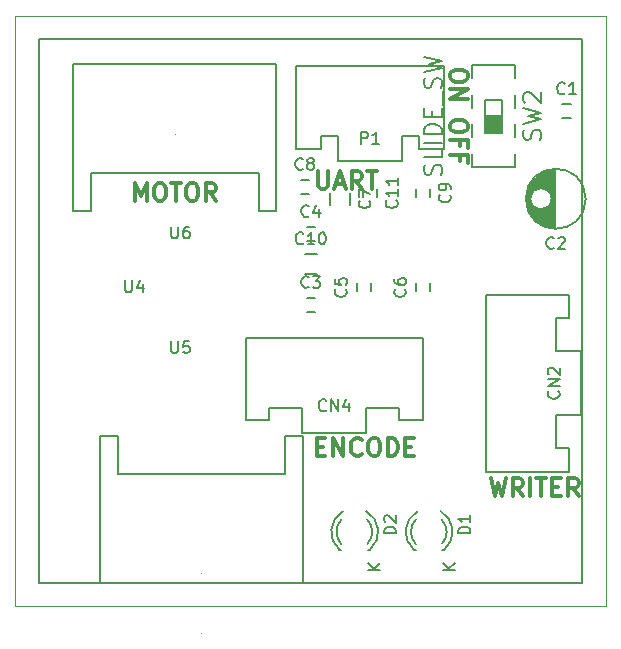
<source format=gbr>
G04 #@! TF.FileFunction,Legend,Top*
%FSLAX46Y46*%
G04 Gerber Fmt 4.6, Leading zero omitted, Abs format (unit mm)*
G04 Created by KiCad (PCBNEW (2015-07-11 BZR 5925, Git c291b88)-product) date 2015/08/03 22:31:36*
%MOMM*%
G01*
G04 APERTURE LIST*
%ADD10C,0.100000*%
%ADD11C,0.200000*%
%ADD12C,0.300000*%
%ADD13C,0.150000*%
G04 APERTURE END LIST*
D10*
D11*
X102000000Y-52000000D02*
X148000000Y-52000000D01*
X102000000Y-98000000D02*
X102000000Y-52000000D01*
X148000000Y-98000000D02*
X102000000Y-98000000D01*
X148000000Y-52000000D02*
X148000000Y-98000000D01*
D12*
X110107143Y-65678571D02*
X110107143Y-64178571D01*
X110607143Y-65250000D01*
X111107143Y-64178571D01*
X111107143Y-65678571D01*
X112107143Y-64178571D02*
X112392857Y-64178571D01*
X112535715Y-64250000D01*
X112678572Y-64392857D01*
X112750000Y-64678571D01*
X112750000Y-65178571D01*
X112678572Y-65464286D01*
X112535715Y-65607143D01*
X112392857Y-65678571D01*
X112107143Y-65678571D01*
X111964286Y-65607143D01*
X111821429Y-65464286D01*
X111750000Y-65178571D01*
X111750000Y-64678571D01*
X111821429Y-64392857D01*
X111964286Y-64250000D01*
X112107143Y-64178571D01*
X113178572Y-64178571D02*
X114035715Y-64178571D01*
X113607144Y-65678571D02*
X113607144Y-64178571D01*
X114821429Y-64178571D02*
X115107143Y-64178571D01*
X115250001Y-64250000D01*
X115392858Y-64392857D01*
X115464286Y-64678571D01*
X115464286Y-65178571D01*
X115392858Y-65464286D01*
X115250001Y-65607143D01*
X115107143Y-65678571D01*
X114821429Y-65678571D01*
X114678572Y-65607143D01*
X114535715Y-65464286D01*
X114464286Y-65178571D01*
X114464286Y-64678571D01*
X114535715Y-64392857D01*
X114678572Y-64250000D01*
X114821429Y-64178571D01*
X116964287Y-65678571D02*
X116464287Y-64964286D01*
X116107144Y-65678571D02*
X116107144Y-64178571D01*
X116678572Y-64178571D01*
X116821430Y-64250000D01*
X116892858Y-64321429D01*
X116964287Y-64464286D01*
X116964287Y-64678571D01*
X116892858Y-64821429D01*
X116821430Y-64892857D01*
X116678572Y-64964286D01*
X116107144Y-64964286D01*
X138321429Y-54928571D02*
X138321429Y-55214285D01*
X138250000Y-55357143D01*
X138107143Y-55500000D01*
X137821429Y-55571428D01*
X137321429Y-55571428D01*
X137035714Y-55500000D01*
X136892857Y-55357143D01*
X136821429Y-55214285D01*
X136821429Y-54928571D01*
X136892857Y-54785714D01*
X137035714Y-54642857D01*
X137321429Y-54571428D01*
X137821429Y-54571428D01*
X138107143Y-54642857D01*
X138250000Y-54785714D01*
X138321429Y-54928571D01*
X136821429Y-56214286D02*
X138321429Y-56214286D01*
X136821429Y-57071429D01*
X138321429Y-57071429D01*
X138321429Y-59214286D02*
X138321429Y-59500000D01*
X138250000Y-59642858D01*
X138107143Y-59785715D01*
X137821429Y-59857143D01*
X137321429Y-59857143D01*
X137035714Y-59785715D01*
X136892857Y-59642858D01*
X136821429Y-59500000D01*
X136821429Y-59214286D01*
X136892857Y-59071429D01*
X137035714Y-58928572D01*
X137321429Y-58857143D01*
X137821429Y-58857143D01*
X138107143Y-58928572D01*
X138250000Y-59071429D01*
X138321429Y-59214286D01*
X137607143Y-61000001D02*
X137607143Y-60500001D01*
X136821429Y-60500001D02*
X138321429Y-60500001D01*
X138321429Y-61214287D01*
X137607143Y-62285715D02*
X137607143Y-61785715D01*
X136821429Y-61785715D02*
X138321429Y-61785715D01*
X138321429Y-62500001D01*
X125607143Y-63178571D02*
X125607143Y-64392857D01*
X125678571Y-64535714D01*
X125750000Y-64607143D01*
X125892857Y-64678571D01*
X126178571Y-64678571D01*
X126321429Y-64607143D01*
X126392857Y-64535714D01*
X126464286Y-64392857D01*
X126464286Y-63178571D01*
X127107143Y-64250000D02*
X127821429Y-64250000D01*
X126964286Y-64678571D02*
X127464286Y-63178571D01*
X127964286Y-64678571D01*
X129321429Y-64678571D02*
X128821429Y-63964286D01*
X128464286Y-64678571D02*
X128464286Y-63178571D01*
X129035714Y-63178571D01*
X129178572Y-63250000D01*
X129250000Y-63321429D01*
X129321429Y-63464286D01*
X129321429Y-63678571D01*
X129250000Y-63821429D01*
X129178572Y-63892857D01*
X129035714Y-63964286D01*
X128464286Y-63964286D01*
X129750000Y-63178571D02*
X130607143Y-63178571D01*
X130178572Y-64678571D02*
X130178572Y-63178571D01*
X140250000Y-89178571D02*
X140607143Y-90678571D01*
X140892857Y-89607143D01*
X141178571Y-90678571D01*
X141535714Y-89178571D01*
X142964286Y-90678571D02*
X142464286Y-89964286D01*
X142107143Y-90678571D02*
X142107143Y-89178571D01*
X142678571Y-89178571D01*
X142821429Y-89250000D01*
X142892857Y-89321429D01*
X142964286Y-89464286D01*
X142964286Y-89678571D01*
X142892857Y-89821429D01*
X142821429Y-89892857D01*
X142678571Y-89964286D01*
X142107143Y-89964286D01*
X143607143Y-90678571D02*
X143607143Y-89178571D01*
X144107143Y-89178571D02*
X144964286Y-89178571D01*
X144535715Y-90678571D02*
X144535715Y-89178571D01*
X145464286Y-89892857D02*
X145964286Y-89892857D01*
X146178572Y-90678571D02*
X145464286Y-90678571D01*
X145464286Y-89178571D01*
X146178572Y-89178571D01*
X147678572Y-90678571D02*
X147178572Y-89964286D01*
X146821429Y-90678571D02*
X146821429Y-89178571D01*
X147392857Y-89178571D01*
X147535715Y-89250000D01*
X147607143Y-89321429D01*
X147678572Y-89464286D01*
X147678572Y-89678571D01*
X147607143Y-89821429D01*
X147535715Y-89892857D01*
X147392857Y-89964286D01*
X146821429Y-89964286D01*
X125528571Y-86492857D02*
X126028571Y-86492857D01*
X126242857Y-87278571D02*
X125528571Y-87278571D01*
X125528571Y-85778571D01*
X126242857Y-85778571D01*
X126885714Y-87278571D02*
X126885714Y-85778571D01*
X127742857Y-87278571D01*
X127742857Y-85778571D01*
X129314286Y-87135714D02*
X129242857Y-87207143D01*
X129028571Y-87278571D01*
X128885714Y-87278571D01*
X128671429Y-87207143D01*
X128528571Y-87064286D01*
X128457143Y-86921429D01*
X128385714Y-86635714D01*
X128385714Y-86421429D01*
X128457143Y-86135714D01*
X128528571Y-85992857D01*
X128671429Y-85850000D01*
X128885714Y-85778571D01*
X129028571Y-85778571D01*
X129242857Y-85850000D01*
X129314286Y-85921429D01*
X130242857Y-85778571D02*
X130528571Y-85778571D01*
X130671429Y-85850000D01*
X130814286Y-85992857D01*
X130885714Y-86278571D01*
X130885714Y-86778571D01*
X130814286Y-87064286D01*
X130671429Y-87207143D01*
X130528571Y-87278571D01*
X130242857Y-87278571D01*
X130100000Y-87207143D01*
X129957143Y-87064286D01*
X129885714Y-86778571D01*
X129885714Y-86278571D01*
X129957143Y-85992857D01*
X130100000Y-85850000D01*
X130242857Y-85778571D01*
X131528572Y-87278571D02*
X131528572Y-85778571D01*
X131885715Y-85778571D01*
X132100000Y-85850000D01*
X132242858Y-85992857D01*
X132314286Y-86135714D01*
X132385715Y-86421429D01*
X132385715Y-86635714D01*
X132314286Y-86921429D01*
X132242858Y-87064286D01*
X132100000Y-87207143D01*
X131885715Y-87278571D01*
X131528572Y-87278571D01*
X133028572Y-86492857D02*
X133528572Y-86492857D01*
X133742858Y-87278571D02*
X133028572Y-87278571D01*
X133028572Y-85778571D01*
X133742858Y-85778571D01*
D10*
X100000000Y-100000000D02*
X150000000Y-100000000D01*
X150000000Y-50000000D02*
X100000000Y-50000000D01*
X145000000Y-50000000D02*
X144000000Y-50000000D01*
X150000000Y-50000000D02*
X150000000Y-100000000D01*
X100000000Y-50000000D02*
X100000000Y-100000000D01*
D13*
X146320000Y-57500000D02*
X147020000Y-57500000D01*
X147020000Y-58700000D02*
X146320000Y-58700000D01*
X145675000Y-67999000D02*
X145675000Y-63001000D01*
X145535000Y-67991000D02*
X145535000Y-63009000D01*
X145395000Y-67975000D02*
X145395000Y-65595000D01*
X145395000Y-65405000D02*
X145395000Y-63025000D01*
X145255000Y-67951000D02*
X145255000Y-65990000D01*
X145255000Y-65010000D02*
X145255000Y-63049000D01*
X145115000Y-67918000D02*
X145115000Y-66157000D01*
X145115000Y-64843000D02*
X145115000Y-63082000D01*
X144975000Y-67877000D02*
X144975000Y-66264000D01*
X144975000Y-64736000D02*
X144975000Y-63123000D01*
X144835000Y-67827000D02*
X144835000Y-66335000D01*
X144835000Y-64665000D02*
X144835000Y-63173000D01*
X144695000Y-67766000D02*
X144695000Y-66379000D01*
X144695000Y-64621000D02*
X144695000Y-63234000D01*
X144555000Y-67696000D02*
X144555000Y-66398000D01*
X144555000Y-64602000D02*
X144555000Y-63304000D01*
X144415000Y-67614000D02*
X144415000Y-66396000D01*
X144415000Y-64604000D02*
X144415000Y-63386000D01*
X144275000Y-67519000D02*
X144275000Y-66371000D01*
X144275000Y-64629000D02*
X144275000Y-63481000D01*
X144135000Y-67408000D02*
X144135000Y-66323000D01*
X144135000Y-64677000D02*
X144135000Y-63592000D01*
X143995000Y-67280000D02*
X143995000Y-66245000D01*
X143995000Y-64755000D02*
X143995000Y-63720000D01*
X143855000Y-67131000D02*
X143855000Y-66128000D01*
X143855000Y-64872000D02*
X143855000Y-63869000D01*
X143715000Y-66952000D02*
X143715000Y-65940000D01*
X143715000Y-65060000D02*
X143715000Y-64048000D01*
X143575000Y-66733000D02*
X143575000Y-64267000D01*
X143435000Y-66444000D02*
X143435000Y-64556000D01*
X143295000Y-65972000D02*
X143295000Y-65028000D01*
X145400000Y-65500000D02*
G75*
G03X145400000Y-65500000I-900000J0D01*
G01*
X148287500Y-65500000D02*
G75*
G03X148287500Y-65500000I-2537500J0D01*
G01*
X136314000Y-95199000D02*
X136114000Y-95199000D01*
X133720000Y-95199000D02*
X133900000Y-95199000D01*
X134030357Y-91971256D02*
G75*
G03X133714000Y-95199000I1003643J-1727744D01*
G01*
X133900932Y-92646994D02*
G75*
G03X133900000Y-94750000I1133068J-1052006D01*
G01*
X136340726Y-95186220D02*
G75*
G03X135994000Y-91949000I-1306726J1497220D01*
G01*
X136113253Y-94712889D02*
G75*
G03X136094000Y-92665000I-1079253J1013889D01*
G01*
X127300000Y-60200000D02*
X125850000Y-60200000D01*
X134150000Y-60200000D02*
X132700000Y-60200000D01*
X136250000Y-60200000D02*
X136250000Y-61250000D01*
X136250000Y-61250000D02*
X134150000Y-61250000D01*
X134150000Y-61250000D02*
X134150000Y-60200000D01*
X123750000Y-60200000D02*
X123750000Y-61250000D01*
X123750000Y-61250000D02*
X125850000Y-61250000D01*
X125850000Y-61250000D02*
X125850000Y-60200000D01*
X130000000Y-62300000D02*
X132700000Y-62300000D01*
X132700000Y-62300000D02*
X132700000Y-60200000D01*
X130000000Y-62300000D02*
X127300000Y-62300000D01*
X127300000Y-62300000D02*
X127300000Y-60200000D01*
X136250000Y-54300000D02*
X136250000Y-60200000D01*
X123750000Y-60200000D02*
X123750000Y-54300000D01*
X130000000Y-54300000D02*
X136250000Y-54300000D01*
X130000000Y-54300000D02*
X123750000Y-54300000D01*
X104880000Y-60000000D02*
X104880000Y-66550000D01*
X104880000Y-66550000D02*
X104990000Y-66550000D01*
X104880000Y-60000000D02*
X104880000Y-54100000D01*
X104880000Y-54100000D02*
X122100000Y-54100000D01*
X122100000Y-54100000D02*
X122100000Y-66550000D01*
X122100000Y-66550000D02*
X120600000Y-66550000D01*
X120600000Y-66550000D02*
X120600000Y-63300000D01*
X120600000Y-63300000D02*
X106400000Y-63300000D01*
X106400000Y-63300000D02*
X106400000Y-66550000D01*
X106400000Y-66550000D02*
X104900000Y-66550000D01*
X124300000Y-83200000D02*
X121500000Y-83200000D01*
X132500000Y-83200000D02*
X129700000Y-83200000D01*
X134500000Y-83200000D02*
X134500000Y-84250000D01*
X134500000Y-84250000D02*
X132500000Y-84250000D01*
X132500000Y-84250000D02*
X132500000Y-83200000D01*
X119500000Y-83200000D02*
X119500000Y-84250000D01*
X119500000Y-84250000D02*
X121500000Y-84250000D01*
X121500000Y-84250000D02*
X121500000Y-83200000D01*
X127000000Y-85300000D02*
X129700000Y-85300000D01*
X129700000Y-85300000D02*
X129700000Y-83200000D01*
X127000000Y-85300000D02*
X124300000Y-85300000D01*
X124300000Y-85300000D02*
X124300000Y-83200000D01*
X119500000Y-77300000D02*
X119500000Y-83200000D01*
X134500000Y-83200000D02*
X134500000Y-77300000D01*
X134500000Y-77300000D02*
X127000000Y-77300000D01*
X127000000Y-77300000D02*
X119500000Y-77300000D01*
X124650000Y-73900000D02*
X125350000Y-73900000D01*
X125350000Y-75100000D02*
X124650000Y-75100000D01*
X124650000Y-67900000D02*
X125350000Y-67900000D01*
X125350000Y-69100000D02*
X124650000Y-69100000D01*
X128900000Y-73350000D02*
X128900000Y-72650000D01*
X130100000Y-72650000D02*
X130100000Y-73350000D01*
X133900000Y-73350000D02*
X133900000Y-72650000D01*
X135100000Y-72650000D02*
X135100000Y-73350000D01*
X128350000Y-66000000D02*
X128350000Y-65000000D01*
X126650000Y-65000000D02*
X126650000Y-66000000D01*
X124150000Y-63900000D02*
X124850000Y-63900000D01*
X124850000Y-65100000D02*
X124150000Y-65100000D01*
X135100000Y-64650000D02*
X135100000Y-65350000D01*
X133900000Y-65350000D02*
X133900000Y-64650000D01*
X125500000Y-70150000D02*
X124500000Y-70150000D01*
X124500000Y-71850000D02*
X125500000Y-71850000D01*
X130600000Y-64650000D02*
X130600000Y-65350000D01*
X129400000Y-65350000D02*
X129400000Y-64650000D01*
X145780000Y-83810000D02*
X145780000Y-86610000D01*
X145780000Y-75610000D02*
X145780000Y-78410000D01*
X145780000Y-73610000D02*
X146830000Y-73610000D01*
X146830000Y-73610000D02*
X146830000Y-75610000D01*
X146830000Y-75610000D02*
X145780000Y-75610000D01*
X145780000Y-88610000D02*
X146830000Y-88610000D01*
X146830000Y-88610000D02*
X146830000Y-86610000D01*
X146830000Y-86610000D02*
X145780000Y-86610000D01*
X147880000Y-81110000D02*
X147880000Y-78410000D01*
X147880000Y-78410000D02*
X145780000Y-78410000D01*
X147880000Y-81110000D02*
X147880000Y-83810000D01*
X147880000Y-83810000D02*
X145780000Y-83810000D01*
X139880000Y-88610000D02*
X145780000Y-88610000D01*
X145780000Y-73610000D02*
X139880000Y-73610000D01*
X139880000Y-73610000D02*
X139880000Y-81110000D01*
X139880000Y-81110000D02*
X139880000Y-88610000D01*
X139900000Y-58600000D02*
X140000000Y-58600000D01*
X140000000Y-58600000D02*
X140000000Y-59800000D01*
X140000000Y-59800000D02*
X140100000Y-59800000D01*
X140100000Y-59800000D02*
X140100000Y-58600000D01*
X140100000Y-58600000D02*
X140200000Y-58600000D01*
X140200000Y-58600000D02*
X140200000Y-59800000D01*
X140200000Y-59800000D02*
X140300000Y-59800000D01*
X140300000Y-59800000D02*
X140300000Y-58500000D01*
X140300000Y-58500000D02*
X140400000Y-58600000D01*
X140400000Y-58600000D02*
X140400000Y-59800000D01*
X140400000Y-59800000D02*
X140500000Y-59800000D01*
X140500000Y-59800000D02*
X140500000Y-58500000D01*
X140500000Y-58500000D02*
X140600000Y-58600000D01*
X140600000Y-58600000D02*
X140600000Y-59800000D01*
X140600000Y-59800000D02*
X140700000Y-59800000D01*
X140700000Y-59800000D02*
X140700000Y-58600000D01*
X140700000Y-58600000D02*
X140800000Y-58600000D01*
X140800000Y-58600000D02*
X140800000Y-59800000D01*
X140800000Y-59800000D02*
X140900000Y-59800000D01*
X140900000Y-59800000D02*
X140900000Y-58600000D01*
X140900000Y-58600000D02*
X141000000Y-58600000D01*
X141000000Y-58600000D02*
X141000000Y-59800000D01*
X139900000Y-59800000D02*
X139900000Y-58600000D01*
X141100000Y-58600000D02*
X141100000Y-59800000D01*
X141200000Y-58500000D02*
X139800000Y-58500000D01*
X141200000Y-57100000D02*
X141200000Y-59900000D01*
X141200000Y-59900000D02*
X139800000Y-59900000D01*
X139800000Y-59900000D02*
X139800000Y-57100000D01*
X139800000Y-57100000D02*
X141200000Y-57100000D01*
X138700000Y-61700000D02*
X138700000Y-62800000D01*
X138700000Y-62800000D02*
X142300000Y-62800000D01*
X142300000Y-62800000D02*
X142300000Y-61700000D01*
X140500000Y-54200000D02*
X138700000Y-54200000D01*
X138700000Y-54200000D02*
X138700000Y-55300000D01*
X140500000Y-54200000D02*
X142300000Y-54200000D01*
X142300000Y-54200000D02*
X142300000Y-55300000D01*
X138700000Y-59200000D02*
X138700000Y-60300000D01*
X138700000Y-56700000D02*
X138700000Y-57800000D01*
X142300000Y-57800000D02*
X142300000Y-56700000D01*
X142300000Y-59200000D02*
X142300000Y-60300000D01*
X130014000Y-95199000D02*
X129814000Y-95199000D01*
X127420000Y-95199000D02*
X127600000Y-95199000D01*
X127730357Y-91971256D02*
G75*
G03X127414000Y-95199000I1003643J-1727744D01*
G01*
X127600932Y-92646994D02*
G75*
G03X127600000Y-94750000I1133068J-1052006D01*
G01*
X130040726Y-95186220D02*
G75*
G03X129694000Y-91949000I-1306726J1497220D01*
G01*
X129813253Y-94712889D02*
G75*
G03X129794000Y-92665000I-1079253J1013889D01*
G01*
X124370000Y-92100000D02*
X124370000Y-85550000D01*
X124370000Y-85550000D02*
X124260000Y-85550000D01*
X124370000Y-92100000D02*
X124370000Y-98000000D01*
X124370000Y-98000000D02*
X107150000Y-98000000D01*
X107150000Y-98000000D02*
X107150000Y-85550000D01*
X107150000Y-85550000D02*
X108650000Y-85550000D01*
X108650000Y-85550000D02*
X108650000Y-88800000D01*
X108650000Y-88800000D02*
X122850000Y-88800000D01*
X122850000Y-88800000D02*
X122850000Y-85550000D01*
X122850000Y-85550000D02*
X124350000Y-85550000D01*
X146503334Y-56557143D02*
X146455715Y-56604762D01*
X146312858Y-56652381D01*
X146217620Y-56652381D01*
X146074762Y-56604762D01*
X145979524Y-56509524D01*
X145931905Y-56414286D01*
X145884286Y-56223810D01*
X145884286Y-56080952D01*
X145931905Y-55890476D01*
X145979524Y-55795238D01*
X146074762Y-55700000D01*
X146217620Y-55652381D01*
X146312858Y-55652381D01*
X146455715Y-55700000D01*
X146503334Y-55747619D01*
X147455715Y-56652381D02*
X146884286Y-56652381D01*
X147170000Y-56652381D02*
X147170000Y-55652381D01*
X147074762Y-55795238D01*
X146979524Y-55890476D01*
X146884286Y-55938095D01*
X145583334Y-69657143D02*
X145535715Y-69704762D01*
X145392858Y-69752381D01*
X145297620Y-69752381D01*
X145154762Y-69704762D01*
X145059524Y-69609524D01*
X145011905Y-69514286D01*
X144964286Y-69323810D01*
X144964286Y-69180952D01*
X145011905Y-68990476D01*
X145059524Y-68895238D01*
X145154762Y-68800000D01*
X145297620Y-68752381D01*
X145392858Y-68752381D01*
X145535715Y-68800000D01*
X145583334Y-68847619D01*
X145964286Y-68847619D02*
X146011905Y-68800000D01*
X146107143Y-68752381D01*
X146345239Y-68752381D01*
X146440477Y-68800000D01*
X146488096Y-68847619D01*
X146535715Y-68942857D01*
X146535715Y-69038095D01*
X146488096Y-69180952D01*
X145916667Y-69752381D01*
X146535715Y-69752381D01*
X138512381Y-93828095D02*
X137512381Y-93828095D01*
X137512381Y-93590000D01*
X137560000Y-93447142D01*
X137655238Y-93351904D01*
X137750476Y-93304285D01*
X137940952Y-93256666D01*
X138083810Y-93256666D01*
X138274286Y-93304285D01*
X138369524Y-93351904D01*
X138464762Y-93447142D01*
X138512381Y-93590000D01*
X138512381Y-93828095D01*
X138512381Y-92304285D02*
X138512381Y-92875714D01*
X138512381Y-92590000D02*
X137512381Y-92590000D01*
X137655238Y-92685238D01*
X137750476Y-92780476D01*
X137798095Y-92875714D01*
X137192381Y-96951905D02*
X136192381Y-96951905D01*
X137192381Y-96380476D02*
X136620952Y-96809048D01*
X136192381Y-96380476D02*
X136763810Y-96951905D01*
X129261905Y-60852381D02*
X129261905Y-59852381D01*
X129642858Y-59852381D01*
X129738096Y-59900000D01*
X129785715Y-59947619D01*
X129833334Y-60042857D01*
X129833334Y-60185714D01*
X129785715Y-60280952D01*
X129738096Y-60328571D01*
X129642858Y-60376190D01*
X129261905Y-60376190D01*
X130785715Y-60852381D02*
X130214286Y-60852381D01*
X130500000Y-60852381D02*
X130500000Y-59852381D01*
X130404762Y-59995238D01*
X130309524Y-60090476D01*
X130214286Y-60138095D01*
D10*
X113500000Y-60000000D02*
X113500000Y-60000000D01*
X113500000Y-60000000D01*
X113500000Y-60000000D01*
X113499999Y-60000000D01*
X113499999Y-60000000D01*
X113499999Y-60000000D01*
X113499999Y-60000000D01*
X113499999Y-59999999D01*
X113499999Y-59999999D01*
X113499999Y-59999999D01*
X113499999Y-59999999D01*
X113500000Y-59999999D01*
X113500000Y-59999999D01*
X113500000Y-59999999D01*
X113500000Y-59999999D01*
X113500000Y-60000000D02*
X113500000Y-59999999D01*
X113500001Y-60000000D01*
X113500001Y-59999999D01*
X113500001Y-59999999D02*
X113500002Y-59999999D01*
X113500001Y-59999999D01*
X113500002Y-59999999D01*
X113500002Y-59999999D01*
X113500002Y-59999999D01*
X113500002Y-60000000D01*
X113500002Y-60000000D01*
X113500002Y-60000000D01*
X113500002Y-60000000D01*
X113500002Y-60000000D01*
X113500001Y-60000000D01*
X113500001Y-60000000D01*
X113500001Y-60000000D01*
D13*
D10*
X113499993Y-60000000D02*
X113499993Y-60000000D01*
X113499993Y-60000000D01*
X113499993Y-60000000D01*
X113499992Y-60000000D01*
X113499992Y-60000000D01*
X113499992Y-60000000D01*
X113499992Y-60000000D01*
X113499992Y-59999999D01*
X113499992Y-59999999D01*
X113499992Y-59999999D01*
X113499992Y-59999999D01*
X113499993Y-59999999D01*
X113499993Y-59999999D01*
X113499993Y-59999999D01*
X113499993Y-59999999D01*
X113499993Y-59999999D02*
X113499994Y-59999999D01*
X113499994Y-59999999D01*
X113499994Y-59999999D01*
X113499994Y-59999999D01*
X113499994Y-60000000D01*
X113499994Y-60000000D01*
X113499994Y-60000000D01*
X113499994Y-60000000D01*
X113499993Y-60000000D01*
X113499993Y-60000000D01*
X113499993Y-60000000D01*
X113499993Y-60000000D01*
X113499993Y-59999999D01*
X113499993Y-59999999D01*
X113499993Y-59999999D01*
X113499993Y-59999999D01*
X113499994Y-60000000D02*
X113499994Y-59999999D01*
X113499995Y-60000000D01*
X113499995Y-59999999D01*
X113499995Y-60000000D02*
X113499995Y-59999999D01*
X113499996Y-60000000D01*
X113499996Y-59999999D01*
X113499996Y-60000000D02*
X113499997Y-60000000D01*
X113499998Y-60000000D02*
X113499997Y-59999999D01*
X113499997Y-60000000D02*
X113499997Y-59999999D01*
X113499998Y-59999999D01*
X113499998Y-59999999D01*
X113499998Y-59999999D01*
X113499998Y-59999999D01*
X113499998Y-59999999D01*
X113499998Y-59999999D01*
X113499998Y-59999999D01*
X113499998Y-59999999D01*
X113499997Y-59999999D01*
X113499998Y-59999999D02*
X113499999Y-59999999D01*
X113499999Y-60000000D02*
X113499998Y-60000000D01*
X113499998Y-59999999D01*
X113499999Y-59999999D01*
X113499999Y-60000000D02*
X113499999Y-59999999D01*
X113499999Y-59999999D01*
X113500000Y-59999999D01*
X113500000Y-59999999D01*
X113500000Y-59999999D01*
X113500000Y-59999999D01*
X113500000Y-60000000D01*
X113500000Y-60000000D01*
X113500000Y-60000000D01*
X113500000Y-60000000D01*
X113499999Y-60000000D01*
X113499999Y-60000000D01*
X113500000Y-60000000D02*
X113500001Y-60000000D01*
X113500001Y-59999999D02*
X113500001Y-59999999D01*
X113500001Y-59999999D01*
X113500002Y-59999999D01*
X113500002Y-59999999D01*
X113500002Y-59999999D01*
X113500002Y-59999999D01*
X113500002Y-59999999D01*
X113500002Y-59999999D01*
X113500001Y-60000000D01*
X113500002Y-60000000D01*
X113500002Y-60000000D02*
X113500003Y-60000000D01*
X113500003Y-60000000D02*
X113500003Y-59999999D01*
X113500004Y-59999999D01*
X113500004Y-59999999D01*
X113500004Y-59999999D01*
X113500004Y-59999999D01*
X113500004Y-59999999D01*
X113500004Y-59999999D01*
X113500004Y-59999999D01*
X113500004Y-59999999D01*
X113500003Y-59999999D01*
X113500004Y-60000000D02*
X113500004Y-60000000D01*
X113500004Y-60000000D01*
X113500004Y-60000000D01*
X113500004Y-59999999D01*
X113500004Y-59999999D01*
X113500004Y-59999999D01*
X113500004Y-59999999D01*
X113500005Y-59999999D01*
X113500005Y-59999999D01*
X113500005Y-59999999D01*
X113500005Y-59999999D01*
X113500005Y-60000000D01*
X113500005Y-60000000D01*
X113500005Y-60000000D01*
X113500005Y-60000000D01*
X113500004Y-60000000D01*
X113500005Y-59999999D02*
X113500005Y-60000000D01*
X113500006Y-59999999D01*
X113500006Y-60000000D01*
X113500006Y-59999999D01*
X113500007Y-60000000D02*
X113500007Y-60000000D01*
X113500006Y-60000000D01*
X113500006Y-60000000D01*
X113500006Y-60000000D01*
X113500006Y-59999999D01*
X113500006Y-59999999D01*
X113500006Y-59999999D01*
X113500007Y-59999999D01*
X113500007Y-59999999D01*
X113500007Y-59999999D01*
X113500007Y-60000000D01*
X113500006Y-60000000D01*
X113500007Y-60000000D02*
X113500007Y-59999999D01*
X113500007Y-59999999D02*
X113500007Y-59999999D01*
X113500007Y-59999999D01*
X113500007Y-59999999D01*
X113500008Y-59999999D01*
D13*
X126309524Y-83397143D02*
X126261905Y-83444762D01*
X126119048Y-83492381D01*
X126023810Y-83492381D01*
X125880952Y-83444762D01*
X125785714Y-83349524D01*
X125738095Y-83254286D01*
X125690476Y-83063810D01*
X125690476Y-82920952D01*
X125738095Y-82730476D01*
X125785714Y-82635238D01*
X125880952Y-82540000D01*
X126023810Y-82492381D01*
X126119048Y-82492381D01*
X126261905Y-82540000D01*
X126309524Y-82587619D01*
X126738095Y-83492381D02*
X126738095Y-82492381D01*
X127309524Y-83492381D01*
X127309524Y-82492381D01*
X128214286Y-82825714D02*
X128214286Y-83492381D01*
X127976190Y-82444762D02*
X127738095Y-83159048D01*
X128357143Y-83159048D01*
X124833334Y-72957143D02*
X124785715Y-73004762D01*
X124642858Y-73052381D01*
X124547620Y-73052381D01*
X124404762Y-73004762D01*
X124309524Y-72909524D01*
X124261905Y-72814286D01*
X124214286Y-72623810D01*
X124214286Y-72480952D01*
X124261905Y-72290476D01*
X124309524Y-72195238D01*
X124404762Y-72100000D01*
X124547620Y-72052381D01*
X124642858Y-72052381D01*
X124785715Y-72100000D01*
X124833334Y-72147619D01*
X125166667Y-72052381D02*
X125785715Y-72052381D01*
X125452381Y-72433333D01*
X125595239Y-72433333D01*
X125690477Y-72480952D01*
X125738096Y-72528571D01*
X125785715Y-72623810D01*
X125785715Y-72861905D01*
X125738096Y-72957143D01*
X125690477Y-73004762D01*
X125595239Y-73052381D01*
X125309524Y-73052381D01*
X125214286Y-73004762D01*
X125166667Y-72957143D01*
X124833334Y-66957143D02*
X124785715Y-67004762D01*
X124642858Y-67052381D01*
X124547620Y-67052381D01*
X124404762Y-67004762D01*
X124309524Y-66909524D01*
X124261905Y-66814286D01*
X124214286Y-66623810D01*
X124214286Y-66480952D01*
X124261905Y-66290476D01*
X124309524Y-66195238D01*
X124404762Y-66100000D01*
X124547620Y-66052381D01*
X124642858Y-66052381D01*
X124785715Y-66100000D01*
X124833334Y-66147619D01*
X125690477Y-66385714D02*
X125690477Y-67052381D01*
X125452381Y-66004762D02*
X125214286Y-66719048D01*
X125833334Y-66719048D01*
X127957143Y-73166666D02*
X128004762Y-73214285D01*
X128052381Y-73357142D01*
X128052381Y-73452380D01*
X128004762Y-73595238D01*
X127909524Y-73690476D01*
X127814286Y-73738095D01*
X127623810Y-73785714D01*
X127480952Y-73785714D01*
X127290476Y-73738095D01*
X127195238Y-73690476D01*
X127100000Y-73595238D01*
X127052381Y-73452380D01*
X127052381Y-73357142D01*
X127100000Y-73214285D01*
X127147619Y-73166666D01*
X127052381Y-72261904D02*
X127052381Y-72738095D01*
X127528571Y-72785714D01*
X127480952Y-72738095D01*
X127433333Y-72642857D01*
X127433333Y-72404761D01*
X127480952Y-72309523D01*
X127528571Y-72261904D01*
X127623810Y-72214285D01*
X127861905Y-72214285D01*
X127957143Y-72261904D01*
X128004762Y-72309523D01*
X128052381Y-72404761D01*
X128052381Y-72642857D01*
X128004762Y-72738095D01*
X127957143Y-72785714D01*
X132957143Y-73166666D02*
X133004762Y-73214285D01*
X133052381Y-73357142D01*
X133052381Y-73452380D01*
X133004762Y-73595238D01*
X132909524Y-73690476D01*
X132814286Y-73738095D01*
X132623810Y-73785714D01*
X132480952Y-73785714D01*
X132290476Y-73738095D01*
X132195238Y-73690476D01*
X132100000Y-73595238D01*
X132052381Y-73452380D01*
X132052381Y-73357142D01*
X132100000Y-73214285D01*
X132147619Y-73166666D01*
X132052381Y-72309523D02*
X132052381Y-72500000D01*
X132100000Y-72595238D01*
X132147619Y-72642857D01*
X132290476Y-72738095D01*
X132480952Y-72785714D01*
X132861905Y-72785714D01*
X132957143Y-72738095D01*
X133004762Y-72690476D01*
X133052381Y-72595238D01*
X133052381Y-72404761D01*
X133004762Y-72309523D01*
X132957143Y-72261904D01*
X132861905Y-72214285D01*
X132623810Y-72214285D01*
X132528571Y-72261904D01*
X132480952Y-72309523D01*
X132433333Y-72404761D01*
X132433333Y-72595238D01*
X132480952Y-72690476D01*
X132528571Y-72738095D01*
X132623810Y-72785714D01*
X129957143Y-65666666D02*
X130004762Y-65714285D01*
X130052381Y-65857142D01*
X130052381Y-65952380D01*
X130004762Y-66095238D01*
X129909524Y-66190476D01*
X129814286Y-66238095D01*
X129623810Y-66285714D01*
X129480952Y-66285714D01*
X129290476Y-66238095D01*
X129195238Y-66190476D01*
X129100000Y-66095238D01*
X129052381Y-65952380D01*
X129052381Y-65857142D01*
X129100000Y-65714285D01*
X129147619Y-65666666D01*
X129052381Y-65333333D02*
X129052381Y-64666666D01*
X130052381Y-65095238D01*
X124333334Y-62957143D02*
X124285715Y-63004762D01*
X124142858Y-63052381D01*
X124047620Y-63052381D01*
X123904762Y-63004762D01*
X123809524Y-62909524D01*
X123761905Y-62814286D01*
X123714286Y-62623810D01*
X123714286Y-62480952D01*
X123761905Y-62290476D01*
X123809524Y-62195238D01*
X123904762Y-62100000D01*
X124047620Y-62052381D01*
X124142858Y-62052381D01*
X124285715Y-62100000D01*
X124333334Y-62147619D01*
X124904762Y-62480952D02*
X124809524Y-62433333D01*
X124761905Y-62385714D01*
X124714286Y-62290476D01*
X124714286Y-62242857D01*
X124761905Y-62147619D01*
X124809524Y-62100000D01*
X124904762Y-62052381D01*
X125095239Y-62052381D01*
X125190477Y-62100000D01*
X125238096Y-62147619D01*
X125285715Y-62242857D01*
X125285715Y-62290476D01*
X125238096Y-62385714D01*
X125190477Y-62433333D01*
X125095239Y-62480952D01*
X124904762Y-62480952D01*
X124809524Y-62528571D01*
X124761905Y-62576190D01*
X124714286Y-62671429D01*
X124714286Y-62861905D01*
X124761905Y-62957143D01*
X124809524Y-63004762D01*
X124904762Y-63052381D01*
X125095239Y-63052381D01*
X125190477Y-63004762D01*
X125238096Y-62957143D01*
X125285715Y-62861905D01*
X125285715Y-62671429D01*
X125238096Y-62576190D01*
X125190477Y-62528571D01*
X125095239Y-62480952D01*
X136757143Y-65166666D02*
X136804762Y-65214285D01*
X136852381Y-65357142D01*
X136852381Y-65452380D01*
X136804762Y-65595238D01*
X136709524Y-65690476D01*
X136614286Y-65738095D01*
X136423810Y-65785714D01*
X136280952Y-65785714D01*
X136090476Y-65738095D01*
X135995238Y-65690476D01*
X135900000Y-65595238D01*
X135852381Y-65452380D01*
X135852381Y-65357142D01*
X135900000Y-65214285D01*
X135947619Y-65166666D01*
X136852381Y-64690476D02*
X136852381Y-64500000D01*
X136804762Y-64404761D01*
X136757143Y-64357142D01*
X136614286Y-64261904D01*
X136423810Y-64214285D01*
X136042857Y-64214285D01*
X135947619Y-64261904D01*
X135900000Y-64309523D01*
X135852381Y-64404761D01*
X135852381Y-64595238D01*
X135900000Y-64690476D01*
X135947619Y-64738095D01*
X136042857Y-64785714D01*
X136280952Y-64785714D01*
X136376190Y-64738095D01*
X136423810Y-64690476D01*
X136471429Y-64595238D01*
X136471429Y-64404761D01*
X136423810Y-64309523D01*
X136376190Y-64261904D01*
X136280952Y-64214285D01*
X124357143Y-69257143D02*
X124309524Y-69304762D01*
X124166667Y-69352381D01*
X124071429Y-69352381D01*
X123928571Y-69304762D01*
X123833333Y-69209524D01*
X123785714Y-69114286D01*
X123738095Y-68923810D01*
X123738095Y-68780952D01*
X123785714Y-68590476D01*
X123833333Y-68495238D01*
X123928571Y-68400000D01*
X124071429Y-68352381D01*
X124166667Y-68352381D01*
X124309524Y-68400000D01*
X124357143Y-68447619D01*
X125309524Y-69352381D02*
X124738095Y-69352381D01*
X125023809Y-69352381D02*
X125023809Y-68352381D01*
X124928571Y-68495238D01*
X124833333Y-68590476D01*
X124738095Y-68638095D01*
X125928571Y-68352381D02*
X126023810Y-68352381D01*
X126119048Y-68400000D01*
X126166667Y-68447619D01*
X126214286Y-68542857D01*
X126261905Y-68733333D01*
X126261905Y-68971429D01*
X126214286Y-69161905D01*
X126166667Y-69257143D01*
X126119048Y-69304762D01*
X126023810Y-69352381D01*
X125928571Y-69352381D01*
X125833333Y-69304762D01*
X125785714Y-69257143D01*
X125738095Y-69161905D01*
X125690476Y-68971429D01*
X125690476Y-68733333D01*
X125738095Y-68542857D01*
X125785714Y-68447619D01*
X125833333Y-68400000D01*
X125928571Y-68352381D01*
X132257143Y-65642857D02*
X132304762Y-65690476D01*
X132352381Y-65833333D01*
X132352381Y-65928571D01*
X132304762Y-66071429D01*
X132209524Y-66166667D01*
X132114286Y-66214286D01*
X131923810Y-66261905D01*
X131780952Y-66261905D01*
X131590476Y-66214286D01*
X131495238Y-66166667D01*
X131400000Y-66071429D01*
X131352381Y-65928571D01*
X131352381Y-65833333D01*
X131400000Y-65690476D01*
X131447619Y-65642857D01*
X132352381Y-64690476D02*
X132352381Y-65261905D01*
X132352381Y-64976191D02*
X131352381Y-64976191D01*
X131495238Y-65071429D01*
X131590476Y-65166667D01*
X131638095Y-65261905D01*
X132352381Y-63738095D02*
X132352381Y-64309524D01*
X132352381Y-64023810D02*
X131352381Y-64023810D01*
X131495238Y-64119048D01*
X131590476Y-64214286D01*
X131638095Y-64309524D01*
X145977143Y-81800476D02*
X146024762Y-81848095D01*
X146072381Y-81990952D01*
X146072381Y-82086190D01*
X146024762Y-82229048D01*
X145929524Y-82324286D01*
X145834286Y-82371905D01*
X145643810Y-82419524D01*
X145500952Y-82419524D01*
X145310476Y-82371905D01*
X145215238Y-82324286D01*
X145120000Y-82229048D01*
X145072381Y-82086190D01*
X145072381Y-81990952D01*
X145120000Y-81848095D01*
X145167619Y-81800476D01*
X146072381Y-81371905D02*
X145072381Y-81371905D01*
X146072381Y-80800476D01*
X145072381Y-80800476D01*
X145167619Y-80371905D02*
X145120000Y-80324286D01*
X145072381Y-80229048D01*
X145072381Y-79990952D01*
X145120000Y-79895714D01*
X145167619Y-79848095D01*
X145262857Y-79800476D01*
X145358095Y-79800476D01*
X145500952Y-79848095D01*
X146072381Y-80419524D01*
X146072381Y-79800476D01*
X144407143Y-60500000D02*
X144478571Y-60285714D01*
X144478571Y-59928571D01*
X144407143Y-59785714D01*
X144335714Y-59714285D01*
X144192857Y-59642857D01*
X144050000Y-59642857D01*
X143907143Y-59714285D01*
X143835714Y-59785714D01*
X143764286Y-59928571D01*
X143692857Y-60214285D01*
X143621429Y-60357143D01*
X143550000Y-60428571D01*
X143407143Y-60500000D01*
X143264286Y-60500000D01*
X143121429Y-60428571D01*
X143050000Y-60357143D01*
X142978571Y-60214285D01*
X142978571Y-59857143D01*
X143050000Y-59642857D01*
X142978571Y-59142857D02*
X144478571Y-58785714D01*
X143407143Y-58500000D01*
X144478571Y-58214286D01*
X142978571Y-57857143D01*
X143121429Y-57357143D02*
X143050000Y-57285714D01*
X142978571Y-57142857D01*
X142978571Y-56785714D01*
X143050000Y-56642857D01*
X143121429Y-56571428D01*
X143264286Y-56500000D01*
X143407143Y-56500000D01*
X143621429Y-56571428D01*
X144478571Y-57428571D01*
X144478571Y-56500000D01*
X136007143Y-63464286D02*
X136078571Y-63250000D01*
X136078571Y-62892857D01*
X136007143Y-62750000D01*
X135935714Y-62678571D01*
X135792857Y-62607143D01*
X135650000Y-62607143D01*
X135507143Y-62678571D01*
X135435714Y-62750000D01*
X135364286Y-62892857D01*
X135292857Y-63178571D01*
X135221429Y-63321429D01*
X135150000Y-63392857D01*
X135007143Y-63464286D01*
X134864286Y-63464286D01*
X134721429Y-63392857D01*
X134650000Y-63321429D01*
X134578571Y-63178571D01*
X134578571Y-62821429D01*
X134650000Y-62607143D01*
X136078571Y-61250000D02*
X136078571Y-61964286D01*
X134578571Y-61964286D01*
X136078571Y-60750000D02*
X134578571Y-60750000D01*
X136078571Y-60035714D02*
X134578571Y-60035714D01*
X134578571Y-59678571D01*
X134650000Y-59464286D01*
X134792857Y-59321428D01*
X134935714Y-59250000D01*
X135221429Y-59178571D01*
X135435714Y-59178571D01*
X135721429Y-59250000D01*
X135864286Y-59321428D01*
X136007143Y-59464286D01*
X136078571Y-59678571D01*
X136078571Y-60035714D01*
X135292857Y-58535714D02*
X135292857Y-58035714D01*
X136078571Y-57821428D02*
X136078571Y-58535714D01*
X134578571Y-58535714D01*
X134578571Y-57821428D01*
X136221429Y-57535714D02*
X136221429Y-56392857D01*
X136007143Y-56107143D02*
X136078571Y-55892857D01*
X136078571Y-55535714D01*
X136007143Y-55392857D01*
X135935714Y-55321428D01*
X135792857Y-55250000D01*
X135650000Y-55250000D01*
X135507143Y-55321428D01*
X135435714Y-55392857D01*
X135364286Y-55535714D01*
X135292857Y-55821428D01*
X135221429Y-55964286D01*
X135150000Y-56035714D01*
X135007143Y-56107143D01*
X134864286Y-56107143D01*
X134721429Y-56035714D01*
X134650000Y-55964286D01*
X134578571Y-55821428D01*
X134578571Y-55464286D01*
X134650000Y-55250000D01*
X134578571Y-54750000D02*
X136078571Y-54392857D01*
X135007143Y-54107143D01*
X136078571Y-53821429D01*
X134578571Y-53464286D01*
X109288095Y-72402381D02*
X109288095Y-73211905D01*
X109335714Y-73307143D01*
X109383333Y-73354762D01*
X109478571Y-73402381D01*
X109669048Y-73402381D01*
X109764286Y-73354762D01*
X109811905Y-73307143D01*
X109859524Y-73211905D01*
X109859524Y-72402381D01*
X110764286Y-72735714D02*
X110764286Y-73402381D01*
X110526190Y-72354762D02*
X110288095Y-73069048D01*
X110907143Y-73069048D01*
X113188095Y-77552381D02*
X113188095Y-78361905D01*
X113235714Y-78457143D01*
X113283333Y-78504762D01*
X113378571Y-78552381D01*
X113569048Y-78552381D01*
X113664286Y-78504762D01*
X113711905Y-78457143D01*
X113759524Y-78361905D01*
X113759524Y-77552381D01*
X114711905Y-77552381D02*
X114235714Y-77552381D01*
X114188095Y-78028571D01*
X114235714Y-77980952D01*
X114330952Y-77933333D01*
X114569048Y-77933333D01*
X114664286Y-77980952D01*
X114711905Y-78028571D01*
X114759524Y-78123810D01*
X114759524Y-78361905D01*
X114711905Y-78457143D01*
X114664286Y-78504762D01*
X114569048Y-78552381D01*
X114330952Y-78552381D01*
X114235714Y-78504762D01*
X114188095Y-78457143D01*
X132212381Y-93828095D02*
X131212381Y-93828095D01*
X131212381Y-93590000D01*
X131260000Y-93447142D01*
X131355238Y-93351904D01*
X131450476Y-93304285D01*
X131640952Y-93256666D01*
X131783810Y-93256666D01*
X131974286Y-93304285D01*
X132069524Y-93351904D01*
X132164762Y-93447142D01*
X132212381Y-93590000D01*
X132212381Y-93828095D01*
X131307619Y-92875714D02*
X131260000Y-92828095D01*
X131212381Y-92732857D01*
X131212381Y-92494761D01*
X131260000Y-92399523D01*
X131307619Y-92351904D01*
X131402857Y-92304285D01*
X131498095Y-92304285D01*
X131640952Y-92351904D01*
X132212381Y-92923333D01*
X132212381Y-92304285D01*
X130892381Y-96951905D02*
X129892381Y-96951905D01*
X130892381Y-96380476D02*
X130320952Y-96809048D01*
X129892381Y-96380476D02*
X130463810Y-96951905D01*
D10*
X115750000Y-102260000D02*
X115750000Y-102260000D01*
X115750000Y-102260000D01*
X115750000Y-102260000D01*
X115749999Y-102260000D01*
X115749999Y-102260000D01*
X115749999Y-102260000D01*
X115749999Y-102260000D01*
X115749999Y-102259999D01*
X115749999Y-102259999D01*
X115749999Y-102259999D01*
X115749999Y-102259999D01*
X115750000Y-102259999D01*
X115750000Y-102259999D01*
X115750000Y-102259999D01*
X115750000Y-102259999D01*
X115750000Y-102260000D02*
X115750000Y-102259999D01*
X115750001Y-102260000D01*
X115750001Y-102259999D01*
X115750002Y-102260000D02*
X115750001Y-102260000D01*
X115750001Y-102260000D02*
X115750001Y-102259999D01*
X115750001Y-102259999D01*
X115750001Y-102259999D01*
X115750001Y-102259999D01*
D13*
D10*
X115749996Y-97180000D02*
X115749996Y-97179999D01*
X115749996Y-97179999D01*
X115749997Y-97179999D01*
X115749997Y-97179999D01*
X115749997Y-97179999D01*
X115749997Y-97179999D01*
X115749997Y-97180000D01*
X115749997Y-97180000D01*
X115749997Y-97180000D01*
X115749997Y-97180000D01*
X115749996Y-97180000D01*
X115749996Y-97180000D01*
X115749998Y-97179999D02*
X115749997Y-97179999D01*
X115749997Y-97180000D02*
X115749997Y-97179999D01*
X115749998Y-97179999D01*
X115749998Y-97179999D02*
X115749998Y-97179999D01*
X115749998Y-97179999D01*
X115749999Y-97179999D01*
X115749999Y-97179999D01*
X115749999Y-97179999D01*
X115749999Y-97179999D01*
X115749999Y-97179999D01*
X115749999Y-97179999D01*
X115749998Y-97180000D01*
X115749999Y-97180000D01*
X115749999Y-97179999D02*
X115749999Y-97179999D01*
X115749999Y-97179999D01*
X115750000Y-97179999D01*
X115750000Y-97179999D01*
X115750000Y-97179999D01*
X115750000Y-97179999D01*
X115750000Y-97179999D01*
X115750000Y-97179999D01*
X115749999Y-97180000D01*
X115750000Y-97180000D01*
X115750001Y-97180000D02*
X115750000Y-97180000D01*
X115750000Y-97179999D01*
X115750001Y-97180000D02*
X115750002Y-97180000D01*
X115750002Y-97179999D02*
X115750002Y-97179999D01*
X115750002Y-97179999D01*
X115750003Y-97179999D01*
X115750003Y-97179999D01*
X115750003Y-97179999D01*
X115750003Y-97179999D01*
X115750003Y-97179999D01*
X115750003Y-97179999D01*
X115750002Y-97180000D01*
X115750003Y-97180000D01*
X115750003Y-97180000D02*
X115750003Y-97179999D01*
X115750004Y-97179999D01*
X115750004Y-97179999D01*
X115750004Y-97179999D01*
X115750004Y-97179999D01*
X115750004Y-97179999D01*
X115750004Y-97179999D01*
X115750004Y-97179999D01*
X115750004Y-97179999D01*
X115750003Y-97179999D01*
D13*
X113188095Y-67852381D02*
X113188095Y-68661905D01*
X113235714Y-68757143D01*
X113283333Y-68804762D01*
X113378571Y-68852381D01*
X113569048Y-68852381D01*
X113664286Y-68804762D01*
X113711905Y-68757143D01*
X113759524Y-68661905D01*
X113759524Y-67852381D01*
X114664286Y-67852381D02*
X114473809Y-67852381D01*
X114378571Y-67900000D01*
X114330952Y-67947619D01*
X114235714Y-68090476D01*
X114188095Y-68280952D01*
X114188095Y-68661905D01*
X114235714Y-68757143D01*
X114283333Y-68804762D01*
X114378571Y-68852381D01*
X114569048Y-68852381D01*
X114664286Y-68804762D01*
X114711905Y-68757143D01*
X114759524Y-68661905D01*
X114759524Y-68423810D01*
X114711905Y-68328571D01*
X114664286Y-68280952D01*
X114569048Y-68233333D01*
X114378571Y-68233333D01*
X114283333Y-68280952D01*
X114235714Y-68328571D01*
X114188095Y-68423810D01*
M02*

</source>
